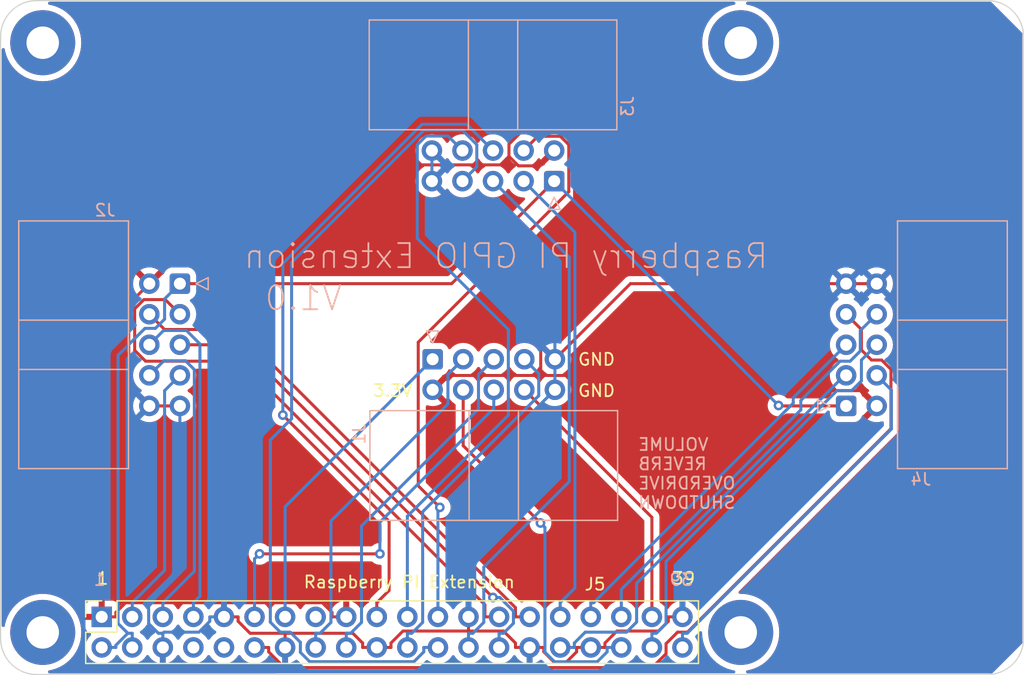
<source format=kicad_pcb>
(kicad_pcb (version 20221018) (generator pcbnew)
  (title_block (title "Raspberry PI GPIO extension") (date "2023-08-28") (rev "1.0"))
  (layers (0 "F.Cu" signal) (31 "B.Cu" signal) (34 "B.Paste" user) (35 "F.Paste" user) (36 "B.SilkS" user "B.Silkscreen") (37 "F.SilkS" user "F.Silkscreen") (38 "B.Mask" user) (39 "F.Mask" user) (44 "Edge.Cuts" user))
  (net 0 "")
  (net 1 "/SHUTDOWN")
  (net 2 "+3.3V")
  (net 3 "/VOLUME_A")
  (net 4 "/OVERDRIVE_A")
  (net 5 "/VOLUME_B")
  (net 6 "/OVERDRIVE_B")
  (net 7 "/REVERB_A")
  (net 8 "/REVERB_B")
  (net 9 "GND")
  (net 10 "+5V")
  (net 11 "/GPIO2")
  (net 12 "/GPIO3")
  (net 13 "/GPIO4")
  (net 14 "/GPIO18")
  (net 15 "/GPIO10")
  (net 16 "/GPIO9")
  (net 17 "/GPIO11")
  (net 18 "/GPIO8")
  (net 19 "/GPIO7")
  (net 20 "/GPIO0")
  (net 21 "/GPIO1")
  (net 22 "/GPIO5")
  (net 23 "/GPIO6")
  (net 24 "/GPIO12")
  (net 25 "/GPIO13")
  (net 26 "/GPIO19")
  (net 27 "/GPIO20")
  (net 28 "/GPIO21")
  (footprint "MountingHole:MountingHole_2.7mm_Pad" (layer "F.Cu") (at 188.5 112.5)
    (fp_text reference "REF3" hide)
    (fp_text value "MountingHole_2.7mm_Pad" hide)
    (pad "1" thru_hole circle locked (at 0 0) (size 5.4 5.4) (drill 2.7) (layers "*.Cu" "*.Mask"))
  )
  (footprint "MountingHole:MountingHole_2.7mm_Pad" (layer "F.Cu") (at 188.5 63.5)
    (fp_text reference "REF2" hide)
    (fp_text value "MountingHole_2.7mm_Pad" hide)
    (pad "1" thru_hole circle locked (at 0 0) (size 5.4 5.4) (drill 2.7) (layers "*.Cu" "*.Mask"))
  )
  (footprint "MountingHole:MountingHole_2.7mm_Pad" (layer "F.Cu") (at 130.5 112.5)
    (fp_text reference "REF4" hide)
    (fp_text value "MountingHole_2.7mm_Pad" hide)
    (pad "1" thru_hole circle locked (at 0 0) (size 5.4 5.4) (drill 2.7) (layers "*.Cu" "*.Mask"))
  )
  (footprint "MountingHole:MountingHole_2.7mm_Pad" (layer "F.Cu") (at 130.5 63.5)
    (fp_text reference "REF1" hide)
    (fp_text value "MountingHole_2.7mm_Pad" hide)
    (pad "1" thru_hole circle locked (at 0 0) (size 5.4 5.4) (drill 2.7) (layers "*.Cu" "*.Mask"))
  )
  (footprint "Connector_PinSocket_2.54mm:PinSocket_2x20_P2.54mm_Vertical" (layer "F.Cu") (at 135.4 111.21 90)
    (fp_text reference "J5" (at 2.71 41) (layer "F.SilkS"))
    (fp_text value "Raspberry_Pi_2_3" hide)
    (fp_line (start -3.87 -1.33) (end -3.87 49.59) (stroke (width 0.12)) (layer "F.SilkS"))
    (fp_line (start -3.87 -1.33) (end -1.27 -1.33) (stroke (width 0.12)) (layer "F.SilkS"))
    (fp_line (start -3.87 49.59) (end 1.33 49.59) (stroke (width 0.12)) (layer "F.SilkS"))
    (fp_line (start -1.27 -1.33) (end -1.27 1.27) (stroke (width 0.12)) (layer "F.SilkS"))
    (fp_line (start -1.27 1.27) (end 1.33 1.27) (stroke (width 0.12)) (layer "F.SilkS"))
    (fp_line (start 0 -1.33) (end 1.33 -1.33) (stroke (width 0.12)) (layer "F.SilkS"))
    (fp_line (start 1.33 -1.33) (end 1.33 0) (stroke (width 0.12)) (layer "F.SilkS"))
    (fp_line (start 1.33 1.27) (end 1.33 49.59) (stroke (width 0.12)) (layer "F.SilkS"))
    (pad "1" thru_hole rect locked (at 0 0 90) (size 1.7 1.7) (drill 1) (layers "*.Cu" "*.Mask") (net 2 "+3.3V"))
    (pad "2" thru_hole oval locked (at -2.54 0 90) (size 1.7 1.7) (drill 1) (layers "*.Cu" "*.Mask") (net 10 "+5V"))
    (pad "3" thru_hole oval locked (at 0 2.54 90) (size 1.7 1.7) (drill 1) (layers "*.Cu" "*.Mask") (net 11 "/GPIO2"))
    (pad "4" thru_hole oval locked (at -2.54 2.54 90) (size 1.7 1.7) (drill 1) (layers "*.Cu" "*.Mask") (net 10 "+5V"))
    (pad "5" thru_hole oval locked (at 0 5.08 90) (size 1.7 1.7) (drill 1) (layers "*.Cu" "*.Mask") (net 12 "/GPIO3"))
    (pad "6" thru_hole oval locked (at -2.54 5.08 90) (size 1.7 1.7) (drill 1) (layers "*.Cu" "*.Mask") (net 9 "GND"))
    (pad "7" thru_hole oval locked (at 0 7.62 90) (size 1.7 1.7) (drill 1) (layers "*.Cu" "*.Mask") (net 13 "/GPIO4"))
    (pad "8" thru_hole oval locked (at -2.54 7.62 90) (size 1.7 1.7) (drill 1) (layers "*.Cu" "*.Mask"))
    (pad "9" thru_hole oval locked (at 0 10.16 90) (size 1.7 1.7) (drill 1) (layers "*.Cu" "*.Mask") (net 9 "GND"))
    (pad "10" thru_hole oval locked (at -2.54 10.16 90) (size 1.7 1.7) (drill 1) (layers "*.Cu" "*.Mask"))
    (pad "11" thru_hole oval locked (at 0 12.7 90) (size 1.7 1.7) (drill 1) (layers "*.Cu" "*.Mask") (net 6 "/OVERDRIVE_B"))
    (pad "12" thru_hole oval locked (at -2.54 12.7 90) (size 1.7 1.7) (drill 1) (layers "*.Cu" "*.Mask") (net 14 "/GPIO18"))
    (pad "13" thru_hole oval locked (at 0 15.24 90) (size 1.7 1.7) (drill 1) (layers "*.Cu" "*.Mask") (net 1 "/SHUTDOWN"))
    (pad "14" thru_hole oval locked (at -2.54 15.24 90) (size 1.7 1.7) (drill 1) (layers "*.Cu" "*.Mask") (net 9 "GND"))
    (pad "15" thru_hole oval locked (at 0 17.78 90) (size 1.7 1.7) (drill 1) (layers "*.Cu" "*.Mask"))
    (pad "16" thru_hole oval locked (at -2.54 17.78 90) (size 1.7 1.7) (drill 1) (layers "*.Cu" "*.Mask") (net 3 "/VOLUME_A"))
    (pad "17" thru_hole oval locked (at 0 20.32 90) (size 1.7 1.7) (drill 1) (layers "*.Cu" "*.Mask") (net 2 "+3.3V"))
    (pad "18" thru_hole oval locked (at -2.54 20.32 90) (size 1.7 1.7) (drill 1) (layers "*.Cu" "*.Mask") (net 5 "/VOLUME_B"))
    (pad "19" thru_hole oval locked (at 0 22.86 90) (size 1.7 1.7) (drill 1) (layers "*.Cu" "*.Mask") (net 15 "/GPIO10"))
    (pad "20" thru_hole oval locked (at -2.54 22.86 90) (size 1.7 1.7) (drill 1) (layers "*.Cu" "*.Mask") (net 9 "GND"))
    (pad "21" thru_hole oval locked (at 0 25.4 90) (size 1.7 1.7) (drill 1) (layers "*.Cu" "*.Mask") (net 16 "/GPIO9"))
    (pad "22" thru_hole oval locked (at -2.54 25.4 90) (size 1.7 1.7) (drill 1) (layers "*.Cu" "*.Mask") (net 7 "/REVERB_A"))
    (pad "23" thru_hole oval locked (at 0 27.94 90) (size 1.7 1.7) (drill 1) (layers "*.Cu" "*.Mask") (net 17 "/GPIO11"))
    (pad "24" thru_hole oval locked (at -2.54 27.94 90) (size 1.7 1.7) (drill 1) (layers "*.Cu" "*.Mask") (net 18 "/GPIO8"))
    (pad "25" thru_hole oval locked (at 0 30.48 90) (size 1.7 1.7) (drill 1) (layers "*.Cu" "*.Mask") (net 9 "GND"))
    (pad "26" thru_hole oval locked (at -2.54 30.48 90) (size 1.7 1.7) (drill 1) (layers "*.Cu" "*.Mask") (net 19 "/GPIO7"))
    (pad "27" thru_hole oval locked (at 0 33.02 90) (size 1.7 1.7) (drill 1) (layers "*.Cu" "*.Mask") (net 20 "/GPIO0"))
    (pad "28" thru_hole oval locked (at -2.54 33.02 90) (size 1.7 1.7) (drill 1) (layers "*.Cu" "*.Mask") (net 21 "/GPIO1"))
    (pad "29" thru_hole oval locked (at 0 35.56 90) (size 1.7 1.7) (drill 1) (layers "*.Cu" "*.Mask") (net 22 "/GPIO5"))
    (pad "30" thru_hole oval locked (at -2.54 35.56 90) (size 1.7 1.7) (drill 1) (layers "*.Cu" "*.Mask") (net 9 "GND"))
    (pad "31" thru_hole oval locked (at 0 38.1 90) (size 1.7 1.7) (drill 1) (layers "*.Cu" "*.Mask") (net 23 "/GPIO6"))
    (pad "32" thru_hole oval locked (at -2.54 38.1 90) (size 1.7 1.7) (drill 1) (layers "*.Cu" "*.Mask") (net 24 "/GPIO12"))
    (pad "33" thru_hole oval locked (at 0 40.64 90) (size 1.7 1.7) (drill 1) (layers "*.Cu" "*.Mask") (net 25 "/GPIO13"))
    (pad "34" thru_hole oval locked (at -2.54 40.64 90) (size 1.7 1.7) (drill 1) (layers "*.Cu" "*.Mask") (net 9 "GND"))
    (pad "35" thru_hole oval locked (at 0 43.18 90) (size 1.7 1.7) (drill 1) (layers "*.Cu" "*.Mask") (net 26 "/GPIO19"))
    (pad "36" thru_hole oval locked (at -2.54 43.18 90) (size 1.7 1.7) (drill 1) (layers "*.Cu" "*.Mask") (net 4 "/OVERDRIVE_A"))
    (pad "37" thru_hole oval locked (at 0 45.72 90) (size 1.7 1.7) (drill 1) (layers "*.Cu" "*.Mask") (net 8 "/REVERB_B"))
    (pad "38" thru_hole oval locked (at -2.54 45.72 90) (size 1.7 1.7) (drill 1) (layers "*.Cu" "*.Mask") (net 27 "/GPIO20"))
    (pad "39" thru_hole oval locked (at 0 48.26 90) (size 1.7 1.7) (drill 1) (layers "*.Cu" "*.Mask") (net 9 "GND"))
    (pad "40" thru_hole oval locked (at -2.54 48.26 90) (size 1.7 1.7) (drill 1) (layers "*.Cu" "*.Mask") (net 28 "/GPIO21"))
  )
  (footprint "Connector_IDC:IDC-Header_2x05_P2.54mm_Horizontal" (layer "B.Cu") (at 162.9 89.8 -90)
    (fp_text reference "J1" (at 6.215 6.1 90) (layer "B.SilkS") (effects (justify mirror)))
    (fp_text value "Conn_02x05_Odd_Even")
    (fp_line (start -2.35 -0.5) (end -1.35 0) (stroke (width 0.12)) (layer "B.SilkS"))
    (fp_line (start -2.35 0.5) (end -2.35 -0.5) (stroke (width 0.12)) (layer "B.SilkS"))
    (fp_line (start -1.35 0) (end -2.35 0.5) (stroke (width 0.12)) (layer "B.SilkS"))
    (fp_line (start 4.27 -15.37) (end 4.27 5.21) (stroke (width 0.12)) (layer "B.SilkS"))
    (fp_line (start 4.27 -7.13) (end 13.39 -7.13) (stroke (width 0.12)) (layer "B.SilkS"))
    (fp_line (start 4.27 -3.03) (end 13.39 -3.03) (stroke (width 0.12)) (layer "B.SilkS"))
    (fp_line (start 4.27 5.21) (end 13.39 5.21) (stroke (width 0.12)) (layer "B.SilkS"))
    (fp_line (start 13.39 -15.37) (end 4.27 -15.37) (stroke (width 0.12)) (layer "B.SilkS"))
    (fp_line (start 13.39 5.21) (end 13.39 -15.37) (stroke (width 0.12)) (layer "B.SilkS"))
    (pad "1" thru_hole roundrect locked (at 0 0 270) (size 1.7 1.7) (drill 1) (layers "*.Cu" "*.Mask") (roundrect_rratio 0.1470588235) (net 1 "/SHUTDOWN"))
    (pad "2" thru_hole circle locked (at 2.54 0 270) (size 1.7 1.7) (drill 1) (layers "*.Cu" "*.Mask") (net 2 "+3.3V"))
    (pad "3" thru_hole circle locked (at 0 -2.54 270) (size 1.7 1.7) (drill 1) (layers "*.Cu" "*.Mask") (net 3 "/VOLUME_A"))
    (pad "4" thru_hole circle locked (at 2.54 -2.54 270) (size 1.7 1.7) (drill 1) (layers "*.Cu" "*.Mask") (net 4 "/OVERDRIVE_A"))
    (pad "5" thru_hole circle locked (at 0 -5.08 270) (size 1.7 1.7) (drill 1) (layers "*.Cu" "*.Mask") (net 5 "/VOLUME_B"))
    (pad "6" thru_hole circle locked (at 2.54 -5.08 270) (size 1.7 1.7) (drill 1) (layers "*.Cu" "*.Mask") (net 6 "/OVERDRIVE_B"))
    (pad "7" thru_hole circle locked (at 0 -7.62 270) (size 1.7 1.7) (drill 1) (layers "*.Cu" "*.Mask") (net 7 "/REVERB_A"))
    (pad "8" thru_hole circle locked (at 2.54 -7.62 270) (size 1.7 1.7) (drill 1) (layers "*.Cu" "*.Mask") (net 8 "/REVERB_B"))
    (pad "9" thru_hole circle locked (at 0 -10.16 270) (size 1.7 1.7) (drill 1) (layers "*.Cu" "*.Mask") (net 9 "GND"))
    (pad "10" thru_hole circle locked (at 2.54 -10.16 270) (size 1.7 1.7) (drill 1) (layers "*.Cu" "*.Mask") (net 9 "GND"))
  )
  (footprint "Connector_IDC:IDC-Header_2x05_P2.54mm_Horizontal" (layer "B.Cu") (at 197.26 93.68)
    (fp_text reference "J4" (at 6.215 6.1) (layer "B.SilkS") (effects (justify mirror)))
    (fp_text value "Conn_02x05_Odd_Even")
    (fp_line (start -2.35 -0.5) (end -1.35 0) (stroke (width 0.12)) (layer "B.SilkS"))
    (fp_line (start -2.35 0.5) (end -2.35 -0.5) (stroke (width 0.12)) (layer "B.SilkS"))
    (fp_line (start -1.35 0) (end -2.35 0.5) (stroke (width 0.12)) (layer "B.SilkS"))
    (fp_line (start 4.27 -15.37) (end 4.27 5.21) (stroke (width 0.12)) (layer "B.SilkS"))
    (fp_line (start 4.27 -7.13) (end 13.39 -7.13) (stroke (width 0.12)) (layer "B.SilkS"))
    (fp_line (start 4.27 -3.03) (end 13.39 -3.03) (stroke (width 0.12)) (layer "B.SilkS"))
    (fp_line (start 4.27 5.21) (end 13.39 5.21) (stroke (width 0.12)) (layer "B.SilkS"))
    (fp_line (start 13.39 -15.37) (end 4.27 -15.37) (stroke (width 0.12)) (layer "B.SilkS"))
    (fp_line (start 13.39 5.21) (end 13.39 -15.37) (stroke (width 0.12)) (layer "B.SilkS"))
    (pad "1" thru_hole roundrect locked (at 0 0) (size 1.7 1.7) (drill 1) (layers "*.Cu" "*.Mask") (roundrect_rratio 0.1470588235) (net 10 "+5V"))
    (pad "2" thru_hole circle locked (at 2.54 0) (size 1.7 1.7) (drill 1) (layers "*.Cu" "*.Mask") (net 2 "+3.3V"))
    (pad "3" thru_hole circle locked (at 0 -2.54) (size 1.7 1.7) (drill 1) (layers "*.Cu" "*.Mask") (net 24 "/GPIO12"))
    (pad "4" thru_hole circle locked (at 2.54 -2.54) (size 1.7 1.7) (drill 1) (layers "*.Cu" "*.Mask") (net 28 "/GPIO21"))
    (pad "5" thru_hole circle locked (at 0 -5.08) (size 1.7 1.7) (drill 1) (layers "*.Cu" "*.Mask") (net 25 "/GPIO13"))
    (pad "6" thru_hole circle locked (at 2.54 -5.08) (size 1.7 1.7) (drill 1) (layers "*.Cu" "*.Mask") (net 27 "/GPIO20"))
    (pad "7" thru_hole circle locked (at 0 -7.62) (size 1.7 1.7) (drill 1) (layers "*.Cu" "*.Mask") (net 14 "/GPIO18"))
    (pad "8" thru_hole circle locked (at 2.54 -7.62) (size 1.7 1.7) (drill 1) (layers "*.Cu" "*.Mask") (net 26 "/GPIO19"))
    (pad "9" thru_hole circle locked (at 0 -10.16) (size 1.7 1.7) (drill 1) (layers "*.Cu" "*.Mask") (net 9 "GND"))
    (pad "10" thru_hole circle locked (at 2.54 -10.16) (size 1.7 1.7) (drill 1) (layers "*.Cu" "*.Mask") (net 9 "GND"))
  )
  (footprint "Connector_IDC:IDC-Header_2x05_P2.54mm_Horizontal" (layer "B.Cu") (at 141.8975 83.52 180)
    (fp_text reference "J2" (at 6.215 6.1) (layer "B.SilkS") (effects (justify mirror)))
    (fp_text value "Conn_02x05_Odd_Even")
    (fp_line (start -2.35 -0.5) (end -1.35 0) (stroke (width 0.12)) (layer "B.SilkS"))
    (fp_line (start -2.35 0.5) (end -2.35 -0.5) (stroke (width 0.12)) (layer "B.SilkS"))
    (fp_line (start -1.35 0) (end -2.35 0.5) (stroke (width 0.12)) (layer "B.SilkS"))
    (fp_line (start 4.27 -15.37) (end 4.27 5.21) (stroke (width 0.12)) (layer "B.SilkS"))
    (fp_line (start 4.27 -7.13) (end 13.39 -7.13) (stroke (width 0.12)) (layer "B.SilkS"))
    (fp_line (start 4.27 -3.03) (end 13.39 -3.03) (stroke (width 0.12)) (layer "B.SilkS"))
    (fp_line (start 4.27 5.21) (end 13.39 5.21) (stroke (width 0.12)) (layer "B.SilkS"))
    (fp_line (start 13.39 -15.37) (end 4.27 -15.37) (stroke (width 0.12)) (layer "B.SilkS"))
    (fp_line (start 13.39 5.21) (end 13.39 -15.37) (stroke (width 0.12)) (layer "B.SilkS"))
    (pad "1" thru_hole roundrect locked (at 0 0 180) (size 1.7 1.7) (drill 1) (layers "*.Cu" "*.Mask") (roundrect_rratio 0.1470588235) (net 10 "+5V"))
    (pad "2" thru_hole circle locked (at 2.54 0 180) (size 1.7 1.7) (drill 1) (layers "*.Cu" "*.Mask") (net 2 "+3.3V"))
    (pad "3" thru_hole circle locked (at 0 -2.54 180) (size 1.7 1.7) (drill 1) (layers "*.Cu" "*.Mask") (net 20 "/GPIO0"))
    (pad "4" thru_hole circle locked (at 2.54 -2.54 180) (size 1.7 1.7) (drill 1) (layers "*.Cu" "*.Mask") (net 22 "/GPIO5"))
    (pad "5" thru_hole circle locked (at 0 -5.08 180) (size 1.7 1.7) (drill 1) (layers "*.Cu" "*.Mask") (net 21 "/GPIO1"))
    (pad "6" thru_hole circle locked (at 2.54 -5.08 180) (size 1.7 1.7) (drill 1) (layers "*.Cu" "*.Mask") (net 13 "/GPIO4"))
    (pad "7" thru_hole circle locked (at 0 -7.62 180) (size 1.7 1.7) (drill 1) (layers "*.Cu" "*.Mask") (net 11 "/GPIO2"))
    (pad "8" thru_hole circle locked (at 2.54 -7.62 180) (size 1.7 1.7) (drill 1) (layers "*.Cu" "*.Mask") (net 12 "/GPIO3"))
    (pad "9" thru_hole circle locked (at 0 -10.16 180) (size 1.7 1.7) (drill 1) (layers "*.Cu" "*.Mask") (net 9 "GND"))
    (pad "10" thru_hole circle locked (at 2.54 -10.16 180) (size 1.7 1.7) (drill 1) (layers "*.Cu" "*.Mask") (net 9 "GND"))
  )
  (footprint "Connector_IDC:IDC-Header_2x05_P2.54mm_Horizontal" (layer "B.Cu") (at 173 75 90)
    (fp_text reference "J3" (at 6.215 6.1 90) (layer "B.SilkS") (effects (justify mirror)))
    (fp_text value "Conn_02x05_Odd_Even")
    (fp_line (start -2.35 -0.5) (end -1.35 0) (stroke (width 0.12)) (layer "B.SilkS"))
    (fp_line (start -2.35 0.5) (end -2.35 -0.5) (stroke (width 0.12)) (layer "B.SilkS"))
    (fp_line (start -1.35 0) (end -2.35 0.5) (stroke (width 0.12)) (layer "B.SilkS"))
    (fp_line (start 4.27 -15.37) (end 4.27 5.21) (stroke (width 0.12)) (layer "B.SilkS"))
    (fp_line (start 4.27 -7.13) (end 13.39 -7.13) (stroke (width 0.12)) (layer "B.SilkS"))
    (fp_line (start 4.27 -3.03) (end 13.39 -3.03) (stroke (width 0.12)) (layer "B.SilkS"))
    (fp_line (start 4.27 5.21) (end 13.39 5.21) (stroke (width 0.12)) (layer "B.SilkS"))
    (fp_line (start 13.39 -15.37) (end 4.27 -15.37) (stroke (width 0.12)) (layer "B.SilkS"))
    (fp_line (start 13.39 5.21) (end 13.39 -15.37) (stroke (width 0.12)) (layer "B.SilkS"))
    (pad "1" thru_hole roundrect locked (at 0 0 90) (size 1.7 1.7) (drill 1) (layers "*.Cu" "*.Mask") (roundrect_rratio 0.1470588235) (net 10 "+5V"))
    (pad "2" thru_hole circle locked (at 2.54 0 90) (size 1.7 1.7) (drill 1) (layers "*.Cu" "*.Mask") (net 2 "+3.3V"))
    (pad "3" thru_hole circle locked (at 0 -2.54 90) (size 1.7 1.7) (drill 1) (layers "*.Cu" "*.Mask") (net 23 "/GPIO6"))
    (pad "4" thru_hole circle locked (at 2.54 -2.54 90) (size 1.7 1.7) (drill 1) (layers "*.Cu" "*.Mask") (net 17 "/GPIO11"))
    (pad "5" thru_hole circle locked (at 0 -5.08 90) (size 1.7 1.7) (drill 1) (layers "*.Cu" "*.Mask") (net 19 "/GPIO7"))
    (pad "6" thru_hole circle locked (at 2.54 -5.08 90) (size 1.7 1.7) (drill 1) (layers "*.Cu" "*.Mask") (net 15 "/GPIO10"))
    (pad "7" thru_hole circle locked (at 0 -7.62 90) (size 1.7 1.7) (drill 1) (layers "*.Cu" "*.Mask") (net 18 "/GPIO8"))
    (pad "8" thru_hole circle locked (at 2.54 -7.62 90) (size 1.7 1.7) (drill 1) (layers "*.Cu" "*.Mask") (net 16 "/GPIO9"))
    (pad "9" thru_hole circle locked (at 0 -10.16 90) (size 1.7 1.7) (drill 1) (layers "*.Cu" "*.Mask") (net 9 "GND"))
    (pad "10" thru_hole circle locked (at 2.54 -10.16 90) (size 1.7 1.7) (drill 1) (layers "*.Cu" "*.Mask") (net 9 "GND"))
  )
  (gr_line locked (start 209 116) (end 130 116) (stroke (width 0.1)) (layer "Edge.Cuts"))
  (gr_arc locked (start 212 113) (mid 211.12132 115.12132) (end 209 116) (stroke (width 0.1)) (layer "Edge.Cuts"))
  (gr_arc locked (start 209 60) (mid 211.12132 60.87868) (end 212 63) (stroke (width 0.1)) (layer "Edge.Cuts"))
  (gr_line locked (start 212 63) (end 212 113) (stroke (width 0.1)) (layer "Edge.Cuts"))
  (gr_arc locked (start 127 63) (mid 127.87868 60.87868) (end 130 60) (stroke (width 0.1)) (layer "Edge.Cuts"))
  (gr_line locked (start 127 63) (end 127 113) (stroke (width 0.1)) (layer "Edge.Cuts"))
  (gr_arc locked (start 130 116) (mid 127.87868 115.12132) (end 127 113) (stroke (width 0.1)) (layer "Edge.Cuts"))
  (gr_line locked (start 130 60) (end 209 60) (stroke (width 0.1)) (layer "Edge.Cuts"))
  (gr_text "VOLUME\nREVERB\nOVERDRIVE\nSHUTDOWN" (at 179.9 102.3) (layer "B.SilkS") (effects (font (size 1 1)) (justify right bottom mirror)))
  (gr_text "Raspberry PI GPIO Extension" (at 190.9 82.4) (layer "B.SilkS") (effects (font (size 2 2)) (justify left bottom mirror)))
  (gr_text "V1.0" (at 155.5 85.9) (layer "B.SilkS") (effects (font (size 2 2)) (justify left bottom mirror)))
  (gr_text "39" (at 184.6 108.7) (layer "B.SilkS") (effects (font (size 1 1)) (justify left bottom mirror)))
  (gr_text "1" (at 135.8 108.7) (layer "B.SilkS") (effects (font (size 1 1)) (justify left bottom mirror)))
  (gr_text "GND" (at 174.9 93) (layer "F.SilkS") (effects (font (size 1 1)) (justify left bottom)))
  (gr_text "3.3V" (at 161.3 93) (layer "F.SilkS") (effects (font (size 1 1)) (justify right bottom)))
  (gr_text "1" (at 134.9 108.6) (layer "F.SilkS") (effects (font (size 1 1)) (justify left bottom)))
  (gr_text "39" (at 182.7 108.6) (layer "F.SilkS") (effects (font (size 1 1)) (justify left bottom)))
  (gr_text "GND" (at 174.9 90.4) (layer "F.SilkS") (effects (font (size 1 1)) (justify left bottom)))
  (gr_text "Raspberry PI Extension" (at 152.1 108.9) (layer "F.SilkS") (effects (font (size 1 1)) (justify left bottom)))
  (segment (start 162.9 89.8) (end 150.64 102.06) (width 0.25) (layer "B.Cu") (net 1))
  (segment (start 150.64 102.06) (end 150.64 110.0331) (width 0.25) (layer "B.Cu") (net 1))
  (segment (start 150.64 111.21) (end 150.64 110.0331) (width 0.25) (layer "B.Cu") (net 1))
  (segment (start 137.649 85.2285) (end 137.649 110.0331) (width 0.25) (layer "F.Cu") (net 2))
  (segment (start 135.4 111.21) (end 136.5769 111.21) (width 0.25) (layer "F.Cu") (net 2))
  (segment (start 191.5008 91.1494) (end 171.8808 91.1494) (width 0.25) (layer "F.Cu") (net 2))
  (segment (start 155.72 111.21) (end 154.5431 111.21) (width 0.25) (layer "F.Cu") (net 2))
  (segment (start 154.5431 110.8422) (end 153.734 110.0331) (width 0.25) (layer "F.Cu") (net 2))
  (segment (start 169.2424 71.9325) (end 169.2424 72.9433) (width 0.25) (layer "F.Cu") (net 2))
  (segment (start 153.734 110.0331) (end 137.649 110.0331) (width 0.25) (layer "F.Cu") (net 2))
  (segment (start 139.3575 83.52) (end 137.649 85.2285) (width 0.25) (layer "F.Cu") (net 2))
  (segment (start 171.8808 91.1494) (end 164.0906 91.1494) (width 0.25) (layer "F.Cu") (net 2))
  (segment (start 171.8808 91.1494) (end 171.8808 84.3698) (width 0.25) (layer "F.Cu") (net 2))
  (segment (start 171.73 73.73) (end 173 72.46) (width 0.25) (layer "F.Cu") (net 2))
  (segment (start 174.6946 81.556) (end 174.6946 71.7844) (width 0.25) (layer "F.Cu") (net 2))
  (segment (start 174.6946 71.7844) (end 173.6772 70.767) (width 0.25) (layer "F.Cu") (net 2))
  (segment (start 192.7608 92.4094) (end 191.5008 91.1494) (width 0.25) (layer "F.Cu") (net 2))
  (segment (start 149.2276 73.6499) (end 139.3575 83.52) (width 0.25) (layer "F.Cu") (net 2))
  (segment (start 199.8 93.68) (end 198.5294 92.4094) (width 0.25) (layer "F.Cu") (net 2))
  (segment (start 169.2424 72.9433) (end 170.0291 73.73) (width 0.25) (layer "F.Cu") (net 2))
  (segment (start 137.3859 110.0331) (end 136.5769 110.8421) (width 0.25) (layer "F.Cu") (net 2))
  (segment (start 169.2424 72.9433) (end 168.5358 73.6499) (width 0.25) (layer "F.Cu") (net 2))
  (segment (start 137.649 110.0331) (end 137.3859 110.0331) (width 0.25) (layer "F.Cu") (net 2))
  (segment (start 164.0906 91.1494) (end 162.9 92.34) (width 0.25) (layer "F.Cu") (net 2))
  (segment (start 198.5294 92.4094) (end 192.7608 92.4094) (width 0.25) (layer "F.Cu") (net 2))
  (segment (start 170.4079 70.767) (end 169.2424 71.9325) (width 0.25) (layer "F.Cu") (net 2))
  (segment (start 168.5358 73.6499) (end 149.2276 73.6499) (width 0.25) (layer "F.Cu") (net 2))
  (segment (start 173.6772 70.767) (end 170.4079 70.767) (width 0.25) (layer "F.Cu") (net 2))
  (segment (start 154.5431 111.21) (end 154.5431 110.8422) (width 0.25) (layer "F.Cu") (net 2))
  (segment (start 171.8808 84.3698) (end 174.6946 81.556) (width 0.25) (layer "F.Cu") (net 2))
  (segment (start 170.0291 73.73) (end 171.73 73.73) (width 0.25) (layer "F.Cu") (net 2))
  (segment (start 136.5769 110.8421) (end 136.5769 111.21) (width 0.25) (layer "F.Cu") (net 2))
  (segment (start 154.45 103.2354) (end 154.45 111.6689) (width 0.25) (layer "B.Cu") (net 3))
  (segment (start 164.17 93.5154) (end 154.45 103.2354) (width 0.25) (layer "B.Cu") (net 3))
  (segment (start 154.45 111.6689) (end 153.5458 112.5731) (width 0.25) (layer "B.Cu") (net 3))
  (segment (start 164.17 91.07) (end 164.17 93.5154) (width 0.25) (layer "B.Cu") (net 3))
  (segment (start 165.44 89.8) (end 164.17 91.07) (width 0.25) (layer "B.Cu") (net 3))
  (segment (start 153.18 113.75) (end 153.18 112.5731) (width 0.25) (layer "B.Cu") (net 3))
  (segment (start 153.5458 112.5731) (end 153.18 112.5731) (width 0.25) (layer "B.Cu") (net 3))
  (segment (start 165.44 96.9851) (end 171.8622 103.4073) (width 0.25) (layer "F.Cu") (net 4))
  (segment (start 165.44 92.34) (end 165.44 96.9851) (width 0.25) (layer "F.Cu") (net 4))
  (via (at 171.8622 103.4073) (size 0.8) (drill 0.4) (layers "F.Cu" "B.Cu") (net 4))
  (segment (start 173.0238 114.9383) (end 172.2316 114.1461) (width 0.25) (layer "B.Cu") (net 4))
  (segment (start 177.4031 113.75) (end 177.4031 114.1158) (width 0.25) (layer "B.Cu") (net 4))
  (segment (start 172.2316 114.1461) (end 172.2316 103.7767) (width 0.25) (layer "B.Cu") (net 4))
  (segment (start 177.4031 114.1158) (end 176.5806 114.9383) (width 0.25) (layer "B.Cu") (net 4))
  (segment (start 176.5806 114.9383) (end 173.0238 114.9383) (width 0.25) (layer "B.Cu") (net 4))
  (segment (start 178.58 113.75) (end 177.4031 113.75) (width 0.25) (layer "B.Cu") (net 4))
  (segment (start 172.2316 103.7767) (end 171.8622 103.4073) (width 0.25) (layer "B.Cu") (net 4))
  (segment (start 156.0858 112.5731) (end 156.9915 111.6674) (width 0.25) (layer "B.Cu") (net 5))
  (segment (start 156.9915 111.6674) (end 156.9915 103.6554) (width 0.25) (layer "B.Cu") (net 5))
  (segment (start 166.71 93.9369) (end 166.71 91.07) (width 0.25) (layer "B.Cu") (net 5))
  (segment (start 156.9915 103.6554) (end 166.71 93.9369) (width 0.25) (layer "B.Cu") (net 5))
  (segment (start 166.71 91.07) (end 167.98 89.8) (width 0.25) (layer "B.Cu") (net 5))
  (segment (start 155.72 112.5731) (end 156.0858 112.5731) (width 0.25) (layer "B.Cu") (net 5))
  (segment (start 155.72 113.75) (end 155.72 112.5731) (width 0.25) (layer "B.Cu") (net 5))
  (segment (start 148.5155 105.9722) (end 158.5161 105.9722) (width 0.25) (layer "F.Cu") (net 6))
  (via (at 158.5161 105.9722) (size 0.8) (drill 0.4) (layers "F.Cu" "B.Cu") (net 6))
  (via (at 148.5155 105.9722) (size 0.8) (drill 0.4) (layers "F.Cu" "B.Cu") (net 6))
  (segment (start 148.1 106.3877) (end 148.5155 105.9722) (width 0.25) (layer "B.Cu") (net 6))
  (segment (start 167.98 92.34) (end 167.98 93.8807) (width 0.25) (layer "B.Cu") (net 6))
  (segment (start 167.98 93.8807) (end 158.5161 103.3446) (width 0.25) (layer "B.Cu") (net 6))
  (segment (start 158.5161 103.3446) (end 158.5161 105.9722) (width 0.25) (layer "B.Cu") (net 6))
  (segment (start 148.1 111.21) (end 148.1 106.3877) (width 0.25) (layer "B.Cu") (net 6))
  (segment (start 162.0701 102.4778) (end 162.0701 111.6688) (width 0.25) (layer "B.Cu") (net 7))
  (segment (start 171.7156 92.8323) (end 162.0701 102.4778) (width 0.25) (layer "B.Cu") (net 7))
  (segment (start 160.8 113.75) (end 160.8 112.5731) (width 0.25) (layer "B.Cu") (net 7))
  (segment (start 161.1658 112.5731) (end 160.8 112.5731) (width 0.25) (layer "B.Cu") (net 7))
  (segment (start 171.7156 90.9956) (end 171.7156 92.8323) (width 0.25) (layer "B.Cu") (net 7))
  (segment (start 170.52 89.8) (end 171.7156 90.9956) (width 0.25) (layer "B.Cu") (net 7))
  (segment (start 162.0701 111.6688) (end 161.1658 112.5731) (width 0.25) (layer "B.Cu") (net 7))
  (segment (start 181.12 102.94) (end 181.12 111.21) (width 0.25) (layer "F.Cu") (net 8))
  (segment (start 170.52 92.34) (end 181.12 102.94) (width 0.25) (layer "F.Cu") (net 8))
  (segment (start 181.6741 112.3869) (end 178.2142 112.3869) (width 0.25) (layer "F.Cu") (net 9))
  (segment (start 170.96 113.75) (end 169.7831 113.75) (width 0.25) (layer "F.Cu") (net 9))
  (segment (start 147.7321 112.5731) (end 150.64 112.5731) (width 0.25) (layer "F.Cu") (net 9))
  (segment (start 172.1369 113.75) (end 172.1369 114.1164) (width 0.25) (layer "F.Cu") (net 9))
  (segment (start 165.88 112.3869) (end 168.7858 112.3869) (width 0.25) (layer "F.Cu") (net 9))
  (segment (start 156.272 112.5731) (end 157.0831 113.3842) (width 0.25) (layer "F.Cu") (net 9))
  (segment (start 160.4342 112.3869) (end 165.88 112.3869) (width 0.25) (layer "F.Cu") (net 9))
  (segment (start 159.4369 113.75) (end 159.4369 113.3842) (width 0.25) (layer "F.Cu") (net 9))
  (segment (start 168.7858 112.3869) (end 169.7831 113.3842) (width 0.25) (layer "F.Cu") (net 9))
  (segment (start 141.8975 93.68) (end 139.3575 93.68) (width 0.25) (layer "F.Cu") (net 9))
  (segment (start 182.4831 111.5779) (end 181.6741 112.3869) (width 0.25) (layer "F.Cu") (net 9))
  (segment (start 170.96 113.75) (end 172.1369 113.75) (width 0.25) (layer "F.Cu") (net 9))
  (segment (start 178.2142 112.3869) (end 177.2169 113.3842) (width 0.25) (layer "F.Cu") (net 9))
  (segment (start 157.0831 113.3842) (end 157.0831 113.75) (width 0.25) (layer "F.Cu") (net 9))
  (segment (start 172.1369 114.1164) (end 172.992 114.9715) (width 0.25) (layer "F.Cu") (net 9))
  (segment (start 150.64 113.75) (end 150.64 112.5731) (width 0.25) (layer "F.Cu") (net 9))
  (segment (start 173.06 89.8) (end 179.34 83.52) (width 0.25) (layer "F.Cu") (net 9))
  (segment (start 176.04 113.75) (end 174.8631 113.75) (width 0.25) (layer "F.Cu") (net 9))
  (segment (start 177.2169 113.3842) (end 177.2169 113.75) (width 0.25) (layer "F.Cu") (net 9))
  (segment (start 145.56 111.21) (end 146.7369 111.21) (width 0.25) (layer "F.Cu") (net 9))
  (segment (start 146.7369 111.21) (end 146.7369 111.5779) (width 0.25) (layer "F.Cu") (net 9))
  (segment (start 169.7831 113.3842) (end 169.7831 113.75) (width 0.25) (layer "F.Cu") (net 9))
  (segment (start 158.26 113.75) (end 157.0831 113.75) (width 0.25) (layer "F.Cu") (net 9))
  (segment (start 183.66 111.21) (end 182.4831 111.21) (width 0.25) (layer "F.Cu") (net 9))
  (segment (start 179.34 83.52) (end 197.26 83.52) (width 0.25) (layer "F.Cu") (net 9))
  (segment (start 174.0074 114.9715) (end 174.8631 114.1158) (width 0.25) (layer "F.Cu") (net 9))
  (segment (start 158.26 113.75) (end 159.4369 113.75) (width 0.25) (layer "F.Cu") (net 9))
  (segment (start 146.7369 111.5779) (end 147.7321 112.5731) (width 0.25) (layer "F.Cu") (net 9))
  (segment (start 182.4831 111.21) (end 182.4831 111.5779) (width 0.25) (layer "F.Cu") (net 9))
  (segment (start 165.88 111.21) (end 165.88 112.3869) (width 0.25) (layer "F.Cu") (net 9))
  (segment (start 197.26 83.52) (end 199.8 83.52) (width 0.25) (layer "F.Cu") (net 9))
  (segment (start 159.4369 113.3842) (end 160.4342 112.3869) (width 0.25) (layer "F.Cu") (net 9))
  (segment (start 172.992 114.9715) (end 174.0074 114.9715) (width 0.25) (layer "F.Cu") (net 9))
  (segment (start 174.8631 114.1158) (end 174.8631 113.75) (width 0.25) (layer "F.Cu") (net 9))
  (segment (start 176.04 113.75) (end 177.2169 113.75) (width 0.25) (layer "F.Cu") (net 9))
  (segment (start 150.64 112.5731) (end 156.272 112.5731) (width 0.25) (layer "F.Cu") (net 9))
  (segment (start 144.3831 111.5758) (end 144.3831 111.21) (width 0.25) (layer "B.Cu") (net 9))
  (segment (start 140.48 112.5746) (end 140.5746 112.48) (width 0.25) (layer "B.Cu") (net 9))
  (segment (start 140.1122 112.5731) (end 139.3024 111.7633) (width 0.25) (layer "B.Cu") (net 9))
  (segment (start 141.8975 107.5709) (end 141.8975 93.68) (width 0.25) (layer "B.Cu") (net 9))
  (segment (start 165.88 99.52) (end 173.06 92.34) (width 0.25) (layer "B.Cu") (net 9))
  (segment (start 162.84 75) (end 162.84 72.46) (width 0.25) (layer "B.Cu") (net 9))
  (segment (start 139.3024 111.7633) (end 139.3024 110.166) (width 0.25) (layer "B.Cu") (net 9))
  (segment (start 173.06 85.22) (end 173.06 89.8) (width 0.25) (layer "B.Cu") (net 9))
  (segment (start 145.56 111.21) (end 144.3831 111.21) (width 0.25) (layer "B.Cu") (net 9))
  (segment (start 140.48 112.5731) (end 140.1122 112.5731) (width 0.25) (layer "B.Cu") (net 9))
  (segment (start 165.88 111.21) (end 165.88 99.52) (width 0.25) (layer "B.Cu") (net 9))
  (segment (start 162.84 75) (end 173.06 85.22) (width 0.25) (layer "B.Cu") (net 9))
  (segment (start 140.48 113.75) (end 140.48 112.6865) (width 0.25) (layer "B.Cu") (net 9))
  (segment (start 140.48 112.6865) (end 140.48 112.5746) (width 0.25) (layer "B.Cu") (net 9))
  (segment (start 143.4789 112.48) (end 144.3831 111.5758) (width 0.25) (layer "B.Cu") (net 9))
  (segment (start 140.48 112.5746) (end 140.48 112.5731) (width 0.25) (layer "B.Cu") (net 9))
  (segment (start 173.06 89.8) (end 173.06 92.34) (width 0.25) (layer "B.Cu") (net 9))
  (segment (start 139.3024 110.166) (end 141.8975 107.5709) (width 0.25) (layer "B.Cu") (net 9))
  (segment (start 140.5746 112.48) (end 143.4789 112.48) (width 0.25) (layer "B.Cu") (net 9))
  (segment (start 197.26 93.68) (end 191.68 93.68) (width 0.25) (layer "F.Cu") (net 10))
  (segment (start 173 75) (end 164.48 83.52) (width 0.25) (layer "F.Cu") (net 10))
  (segment (start 164.48 83.52) (end 141.8975 83.52) (width 0.25) (layer "F.Cu") (net 10))
  (segment (start 191.68 93.68) (end 191.6433 93.6433) (width 0.25) (layer "F.Cu") (net 10))
  (via (at 191.6433 93.6433) (size 0.8) (drill 0.4) (layers "F.Cu" "B.Cu") (net 10))
  (segment (start 136.7624 111.7633) (end 136.7624 89.4686) (width 0.25) (layer "B.Cu") (net 10))
  (segment (start 140.6275 84.79) (end 141.8975 83.52) (width 0.25) (layer "B.Cu") (net 10))
  (segment (start 136.7624 89.4686) (end 138.9941 87.2369) (width 0.25) (layer "B.Cu") (net 10))
  (segment (start 139.86 87.2369) (end 140.6275 86.4694) (width 0.25) (layer "B.Cu") (net 10))
  (segment (start 137.5722 112.5731) (end 136.5769 113.5684) (width 0.25) (layer "B.Cu") (net 10))
  (segment (start 140.6275 86.4694) (end 140.6275 84.79) (width 0.25) (layer "B.Cu") (net 10))
  (segment (start 173 75) (end 191.6433 93.6433) (width 0.25) (layer "B.Cu") (net 10))
  (segment (start 137.94 113.75) (end 137.94 112.5731) (width 0.25) (layer "B.Cu") (net 10))
  (segment (start 136.5769 113.5684) (end 136.5769 113.75) (width 0.25) (layer "B.Cu") (net 10))
  (segment (start 135.4 113.75) (end 136.5769 113.75) (width 0.25) (layer "B.Cu") (net 10))
  (segment (start 137.5722 112.5731) (end 136.7624 111.7633) (width 0.25) (layer "B.Cu") (net 10))
  (segment (start 137.94 112.5731) (end 137.5722 112.5731) (width 0.25) (layer "B.Cu") (net 10))
  (segment (start 138.9941 87.2369) (end 139.86 87.2369) (width 0.25) (layer "B.Cu") (net 10))
  (segment (start 137.94 111.21) (end 137.94 110.0331) (width 0.25) (layer "B.Cu") (net 11))
  (segment (start 141.8975 91.14) (end 140.6275 92.41) (width 0.25) (layer "B.Cu") (net 11))
  (segment (start 140.6275 92.41) (end 140.6275 107.3456) (width 0.25) (layer "B.Cu") (net 11))
  (segment (start 140.6275 107.3456) (end 137.94 110.0331) (width 0.25) (layer "B.Cu") (net 11))
  (segment (start 142.3589 89.9247) (end 143.099 90.6648) (width 0.25) (layer "B.Cu") (net 12))
  (segment (start 139.3575 91.14) (end 140.5728 89.9247) (width 0.25) (layer "B.Cu") (net 12))
  (segment (start 143.099 90.6648) (end 143.099 107.4141) (width 0.25) (layer "B.Cu") (net 12))
  (segment (start 140.5728 89.9247) (end 142.3589 89.9247) (width 0.25) (layer "B.Cu") (net 12))
  (segment (start 143.099 107.4141) (end 140.48 110.0331) (width 0.25) (layer "B.Cu") (net 12))
  (segment (start 140.48 111.21) (end 140.48 110.0331) (width 0.25) (layer "B.Cu") (net 12))
  (segment (start 143.5623 88.5303) (end 143.5623 109.4908) (width 0.25) (layer "B.Cu") (net 13))
  (segment (start 143.5623 109.4908) (end 143.02 110.0331) (width 0.25) (layer "B.Cu") (net 13))
  (segment (start 143.02 111.21) (end 143.02 110.0331) (width 0.25) (layer "B.Cu") (net 13))
  (segment (start 142.4448 87.4128) (end 143.5623 88.5303) (width 0.25) (layer "B.Cu") (net 13))
  (segment (start 139.3575 88.6) (end 140.5447 87.4128) (width 0.25) (layer "B.Cu") (net 13))
  (segment (start 140.5447 87.4128) (end 142.4448 87.4128) (width 0.25) (layer "B.Cu") (net 13))
  (segment (start 182.2969 114.2675) (end 182.2969 113.4341) (width 0.25) (layer "F.Cu") (net 14))
  (segment (start 149.2769 114.1178) (end 150.5825 115.4234) (width 0.25) (layer "F.Cu") (net 14))
  (segment (start 200.9837 90.6422) (end 200.2115 89.87) (width 0.25) (layer "F.Cu") (net 14))
  (segment (start 198.53 89.0309) (end 198.53 87.33) (width 0.25) (layer "F.Cu") (net 14))
  (segment (start 182.2969 113.4341) (end 183.251 112.48) (width 0.25) (layer "F.Cu") (net 14))
  (segment (start 200.2115 89.87) (end 199.3691 89.87) (width 0.25) (layer "F.Cu") (net 14))
  (segment (start 184.0769 112.48) (end 200.9837 95.5732) (width 0.25) (layer "F.Cu") (net 14))
  (segment (start 183.251 112.48) (end 184.0769 112.48) (width 0.25) (layer "F.Cu") (net 14))
  (segment (start 181.141 115.4234) (end 182.2969 114.2675) (width 0.25) (layer "F.Cu") (net 14))
  (segment (start 149.2769 113.75) (end 149.2769 114.1178) (width 0.25) (layer "F.Cu") (net 14))
  (segment (start 200.9837 95.5732) (end 200.9837 90.6422) (width 0.25) (layer "F.Cu") (net 14))
  (segment (start 199.3691 89.87) (end 198.53 89.0309) (width 0.25) (layer "F.Cu") (net 14))
  (segment (start 198.53 87.33) (end 197.26 86.06) (width 0.25) (layer "F.Cu") (net 14))
  (segment (start 148.1 113.75) (end 149.2769 113.75) (width 0.25) (layer "F.Cu") (net 14))
  (segment (start 150.5825 115.4234) (end 181.141 115.4234) (width 0.25) (layer "F.Cu") (net 14))
  (segment (start 150.4538 94.4429) (end 159.2833 103.2724) (width 0.25) (layer "F.Cu") (net 15))
  (segment (start 158.26 111.21) (end 158.26 110.0331) (width 0.25) (layer "F.Cu") (net 15))
  (segment (start 159.2833 103.2724) (end 159.2833 109.0098) (width 0.25) (layer "F.Cu") (net 15))
  (segment (start 159.2833 109.0098) (end 158.26 110.0331) (width 0.25) (layer "F.Cu") (net 15))
  (via (at 150.4538 94.4429) (size 0.8) (drill 0.4) (layers "F.Cu" "B.Cu") (net 15))
  (segment (start 162.0229 70.2781) (end 150.4538 81.8472) (width 0.25) (layer "B.Cu") (net 15))
  (segment (start 165.7381 70.2781) (end 162.0229 70.2781) (width 0.25) (layer "B.Cu") (net 15))
  (segment (start 167.92 72.46) (end 165.7381 70.2781) (width 0.25) (layer "B.Cu") (net 15))
  (segment (start 150.4538 81.8472) (end 150.4538 94.4429) (width 0.25) (layer "B.Cu") (net 15))
  (segment (start 169.1907 94.4555) (end 160.8 102.8462) (width 0.25) (layer "B.Cu") (net 16))
  (segment (start 165.38 72.46) (end 164.1757 71.2557) (width 0.25) (layer "B.Cu") (net 16))
  (segment (start 161.6242 71.9831) (end 161.6242 79.763) (width 0.25) (layer "B.Cu") (net 16))
  (segment (start 162.3516 71.2557) (end 161.6242 71.9831) (width 0.25) (layer "B.Cu") (net 16))
  (segment (start 161.6242 79.763) (end 169.1907 87.3295) (width 0.25) (layer "B.Cu") (net 16))
  (segment (start 160.8 111.21) (end 160.8 110.0331) (width 0.25) (layer "B.Cu") (net 16))
  (segment (start 169.1907 87.3295) (end 169.1907 94.4555) (width 0.25) (layer "B.Cu") (net 16))
  (segment (start 164.1757 71.2557) (end 162.3516 71.2557) (width 0.25) (layer "B.Cu") (net 16))
  (segment (start 160.8 102.8462) (end 160.8 110.0331) (width 0.25) (layer "B.Cu") (net 16))
  (segment (start 161.7045 88.3873) (end 161.7045 100.3185) (width 0.25) (layer "F.Cu") (net 17))
  (segment (start 170.46 72.46) (end 171.6433 71.2767) (width 0.25) (layer "F.Cu") (net 17))
  (segment (start 174.213 75.8788) (end 161.7045 88.3873) (width 0.25) (layer "F.Cu") (net 17))
  (segment (start 174.213 71.9749) (end 174.213 75.8788) (width 0.25) (layer "F.Cu") (net 17))
  (segment (start 171.6433 71.2767) (end 173.5148 71.2767) (width 0.25) (layer "F.Cu") (net 17))
  (segment (start 173.5148 71.2767) (end 174.213 71.9749) (width 0.25) (layer "F.Cu") (net 17))
  (segment (start 161.7045 100.3185) (end 163.4953 102.1093) (width 0.25) (layer "F.Cu") (net 17))
  (via (at 163.4953 102.1093) (size 0.8) (drill 0.4) (layers "F.Cu" "B.Cu") (net 17))
  (segment (start 163.34 102.2646) (end 163.4953 102.1093) (width 0.25) (layer "B.Cu") (net 17))
  (segment (start 163.34 111.21) (end 163.34 102.2646) (width 0.25) (layer "B.Cu") (net 17))
  (segment (start 151.1807 81.7594) (end 162.1652 70.7749) (width 0.25) (layer "B.Cu") (net 18))
  (segment (start 152.6847 114.9324) (end 151.91 114.1577) (width 0.25) (layer "B.Cu") (net 18))
  (segment (start 162.1631 113.75) (end 162.1631 114.1178) (width 0.25) (layer "B.Cu") (net 18))
  (segment (start 162.1631 114.1178) (end 161.3485 114.9324) (width 0.25) (layer "B.Cu") (net 18))
  (segment (start 165.3743 70.7749) (end 166.5706 71.9712) (width 0.25) (layer "B.Cu") (net 18))
  (segment (start 162.1652 70.7749) (end 165.3743 70.7749) (width 0.25) (layer "B.Cu") (net 18))
  (segment (start 151.91 114.1577) (end 151.91 113.3191) (width 0.25) (layer "B.Cu") (net 18))
  (segment (start 149.4132 96.5115) (end 151.1807 94.744) (width 0.25) (layer "B.Cu") (net 18))
  (segment (start 166.5706 71.9712) (end 166.5706 73.8094) (width 0.25) (layer "B.Cu") (net 18))
  (segment (start 166.5706 73.8094) (end 165.38 75) (width 0.25) (layer "B.Cu") (net 18))
  (segment (start 151.1807 94.744) (end 151.1807 81.7594) (width 0.25) (layer "B.Cu") (net 18))
  (segment (start 149.4132 111.6479) (end 149.4132 96.5115) (width 0.25) (layer "B.Cu") (net 18))
  (segment (start 150.2453 112.48) (end 149.4132 111.6479) (width 0.25) (layer "B.Cu") (net 18))
  (segment (start 151.91 113.3191) (end 151.0709 112.48) (width 0.25) (layer "B.Cu") (net 18))
  (segment (start 163.34 113.75) (end 162.1631 113.75) (width 0.25) (layer "B.Cu") (net 18))
  (segment (start 161.3485 114.9324) (end 152.6847 114.9324) (width 0.25) (layer "B.Cu") (net 18))
  (segment (start 151.0709 112.48) (end 150.2453 112.48) (width 0.25) (layer "B.Cu") (net 18))
  (segment (start 167.15 111.6689) (end 166.2458 112.5731) (width 0.25) (layer "B.Cu") (net 19))
  (segment (start 165.88 113.75) (end 165.88 112.5731) (width 0.25) (layer "B.Cu") (net 19))
  (segment (start 174.2527 81.3327) (end 174.2527 99.9702) (width 0.25) (layer "B.Cu") (net 19))
  (segment (start 174.2527 99.9702) (end 167.15 107.0729) (width 0.25) (layer "B.Cu") (net 19))
  (segment (start 167.15 107.0729) (end 167.15 111.6689) (width 0.25) (layer "B.Cu") (net 19))
  (segment (start 166.2458 112.5731) (end 165.88 112.5731) (width 0.25) (layer "B.Cu") (net 19))
  (segment (start 167.92 75) (end 174.2527 81.3327) (width 0.25) (layer "B.Cu") (net 19))
  (segment (start 167.2431 110.2042) (end 147.002 89.9631) (width 0.25) (layer "F.Cu") (net 20))
  (segment (start 138.9084 84.8447) (end 140.6822 84.8447) (width 0.25) (layer "F.Cu") (net 20))
  (segment (start 138.1408 89.0591) (end 138.1408 85.6123) (width 0.25) (layer "F.Cu") (net 20))
  (segment (start 147.002 89.9631) (end 139.0448 89.9631) (width 0.25) (layer "F.Cu") (net 20))
  (segment (start 139.0448 89.9631) (end 138.1408 89.0591) (width 0.25) (layer "F.Cu") (net 20))
  (segment (start 168.42 111.21) (end 167.2431 111.21) (width 0.25) (layer "F.Cu") (net 20))
  (segment (start 167.2431 111.21) (end 167.2431 110.2042) (width 0.25) (layer "F.Cu") (net 20))
  (segment (start 138.1408 85.6123) (end 138.9084 84.8447) (width 0.25) (layer "F.Cu") (net 20))
  (segment (start 140.6822 84.8447) (end 141.8975 86.06) (width 0.25) (layer "F.Cu") (net 20))
  (segment (start 141.8975 88.6) (end 146.9099 88.6) (width 0.25) (layer "F.Cu") (net 21))
  (segment (start 146.9099 88.6) (end 167.9092 109.5993) (width 0.25) (layer "F.Cu") (net 21))
  (via (at 167.9092 109.5993) (size 0.8) (drill 0.4) (layers "F.Cu" "B.Cu") (net 21))
  (segment (start 168.4819 109.5993) (end 169.6145 110.7319) (width 0.25) (layer "B.Cu") (net 21))
  (segment (start 168.7858 112.5731) (end 168.42 112.5731) (width 0.25) (layer "B.Cu") (net 21))
  (segment (start 169.6145 110.7319) (end 169.6145 111.7444) (width 0.25) (layer "B.Cu") (net 21))
  (segment (start 168.42 113.75) (end 168.42 112.5731) (width 0.25) (layer "B.Cu") (net 21))
  (segment (start 167.9092 109.5993) (end 168.4819 109.5993) (width 0.25) (layer "B.Cu") (net 21))
  (segment (start 169.6145 111.7444) (end 168.7858 112.5731) (width 0.25) (layer "B.Cu") (net 21))
  (segment (start 169.7831 111.21) (end 169.7831 110.4452) (width 0.25) (layer "F.Cu") (net 22))
  (segment (start 146.6679 87.33) (end 140.6275 87.33) (width 0.25) (layer "F.Cu") (net 22))
  (segment (start 169.7831 110.4452) (end 146.6679 87.33) (width 0.25) (layer "F.Cu") (net 22))
  (segment (start 140.6275 87.33) (end 139.3575 86.06) (width 0.25) (layer "F.Cu") (net 22))
  (segment (start 170.96 111.21) (end 169.7831 111.21) (width 0.25) (layer "F.Cu") (net 22))
  (segment (start 173.5 110.0331) (end 174.7219 108.8112) (width 0.25) (layer "B.Cu") (net 23))
  (segment (start 174.7219 108.8112) (end 174.7219 79.2619) (width 0.25) (layer "B.Cu") (net 23))
  (segment (start 174.7219 79.2619) (end 170.46 75) (width 0.25) (layer "B.Cu") (net 23))
  (segment (start 173.5 111.21) (end 173.5 110.0331) (width 0.25) (layer "B.Cu") (net 23))
  (segment (start 197.1246 91.14) (end 179.85 108.4146) (width 0.25) (layer "B.Cu") (net 24))
  (segment (start 197.26 91.14) (end 197.1246 91.14) (width 0.25) (layer "B.Cu") (net 24))
  (segment (start 174.6769 113.3842) (end 174.6769 113.75) (width 0.25) (layer "B.Cu") (net 24))
  (segment (start 173.5 113.75) (end 174.6769 113.75) (width 0.25) (layer "B.Cu") (net 24))
  (segment (start 175.5811 112.48) (end 174.6769 113.3842) (width 0.25) (layer "B.Cu") (net 24))
  (segment (start 179.0109 112.48) (end 175.5811 112.48) (width 0.25) (layer "B.Cu") (net 24))
  (segment (start 179.85 111.6409) (end 179.0109 112.48) (width 0.25) (layer "B.Cu") (net 24))
  (segment (start 179.85 108.4146) (end 179.85 111.6409) (width 0.25) (layer "B.Cu") (net 24))
  (segment (start 176.04 111.21) (end 176.04 110.0331) (width 0.25) (layer "B.Cu") (net 25))
  (segment (start 197.26 88.6) (end 192.8666 92.9934) (width 0.25) (layer "B.Cu") (net 25))
  (segment (start 192.8666 93.4481) (end 176.2816 110.0331) (width 0.25) (layer "B.Cu") (net 25))
  (segment (start 192.8666 92.9934) (end 192.8666 93.4481) (width 0.25) (layer "B.Cu") (net 25))
  (segment (start 176.2816 110.0331) (end 176.04 110.0331) (width 0.25) (layer "B.Cu") (net 25))
  (segment (start 196.7577 89.9631) (end 197.595 89.9631) (width 0.25) (layer "B.Cu") (net 26))
  (segment (start 193.495 94.0101) (end 193.495 93.2258) (width 0.25) (layer "B.Cu") (net 26))
  (segment (start 178.58 108.9251) (end 193.495 94.0101) (width 0.25) (layer "B.Cu") (net 26))
  (segment (start 193.495 93.2258) (end 196.7577 89.9631) (width 0.25) (layer "B.Cu") (net 26))
  (segment (start 178.58 111.21) (end 178.58 108.9251) (width 0.25) (layer "B.Cu") (net 26))
  (segment (start 197.595 89.9631) (end 198.4369 89.1212) (width 0.25) (layer "B.Cu") (net 26))
  (segment (start 198.4369 87.4231) (end 199.8 86.06) (width 0.25) (layer "B.Cu") (net 26))
  (segment (start 198.4369 89.1212) (end 198.4369 87.4231) (width 0.25) (layer "B.Cu") (net 26))
  (segment (start 198.53 91.6044) (end 198.53 89.87) (width 0.25) (layer "B.Cu") (net 27))
  (segment (start 196.4942 92.4095) (end 197.7249 92.4095) (width 0.25) (layer "B.Cu") (net 27))
  (segment (start 181.4879 112.5731) (end 182.2969 111.7641) (width 0.25) (layer "B.Cu") (net 27))
  (segment (start 198.53 89.87) (end 199.8 88.6) (width 0.25) (layer "B.Cu") (net 27))
  (segment (start 182.2969 111.7641) (end 182.2969 106.6068) (width 0.25) (layer "B.Cu") (net 27))
  (segment (start 181.12 113.75) (end 181.12 112.5731) (width 0.25) (layer "B.Cu") (net 27))
  (segment (start 181.12 112.5731) (end 181.4879 112.5731) (width 0.25) (layer "B.Cu") (net 27))
  (segment (start 182.2969 106.6068) (end 196.4942 92.4095) (width 0.25) (layer "B.Cu") (net 27))
  (segment (start 197.7249 92.4095) (end 198.53 91.6044) (width 0.25) (layer "B.Cu") (net 27))
  (segment (start 201.0246 95.6019) (end 184.0534 112.5731) (width 0.25) (layer "B.Cu") (net 28))
  (segment (start 184.0534 112.5731) (end 183.66 112.5731) (width 0.25) (layer "B.Cu") (net 28))
  (segment (start 199.8 91.14) (end 201.0246 92.3646) (width 0.25) (layer "B.Cu") (net 28))
  (segment (start 201.0246 92.3646) (end 201.0246 95.6019) (width 0.25) (layer "B.Cu") (net 28))
  (segment (start 183.66 113.75) (end 183.66 112.5731) (width 0.25) (layer "B.Cu") (net 28))
  (zone (net 2) (net_name "+3.3V") (layer "F.Cu") (connect_pads (clearance 0.5)) (min_thickness 0.25) (fill yes (thermal_gap 0.5) (thermal_bridge_width 0.5))
    (polygon (pts (xy 209.3 60.1) (xy 211.9 62.7) (xy 211.9 113.4) (xy 209.4 115.9) (xy 129.6 115.9) (xy 127.1 113.4) (xy 127.1 62.6) (xy 129.6 60.1)))
  )
  (zone (net 9) (net_name "GND") (layer "B.Cu") (priority 1) (connect_pads (clearance 0.5)) (min_thickness 0.25) (fill yes (thermal_gap 0.5) (thermal_bridge_width 0.5))
    (polygon (pts (xy 129.6 60.1) (xy 209.3 60.1) (xy 211.9 62.7) (xy 211.9 113.4) (xy 209.4 115.9) (xy 129.6 115.9) (xy 127.1 113.4) (xy 127.1 62.6)))
  )
)
</source>
